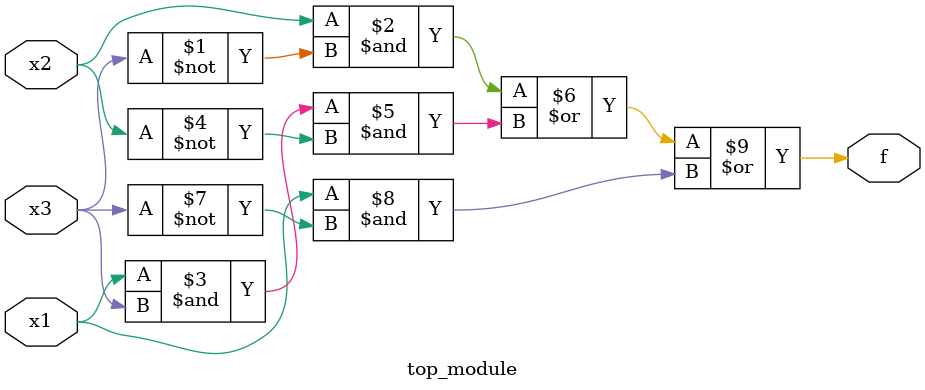
<source format=sv>
module top_module (
    input x3,
    input x2,
    input x1,
    output f
);

    assign f = (x2 & ~x3) | (x1 & x3 & ~x2) | (x1 & ~x3);

endmodule

</source>
